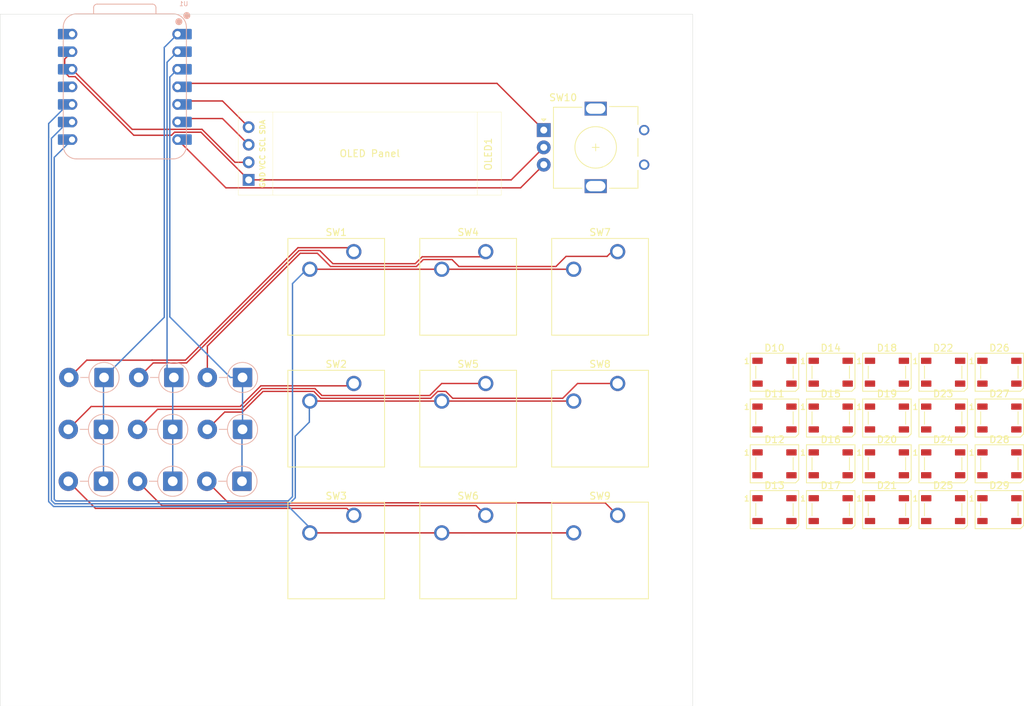
<source format=kicad_pcb>
(kicad_pcb (version 20241229) (generator "pcbnew") (generator_version "9.0")
  (layers (0 "F.Cu" signal) (2 "B.Cu" signal) (13 "F.Paste" user) (15 "B.Paste" user) (5 "F.SilkS" user "F.Silkscreen") (7 "B.SilkS" user "B.Silkscreen") (1 "F.Mask" user) (3 "B.Mask" user) (25 "Edge.Cuts" user))
  (net 0 "")
  (net 1 "GND")
  (net 2 "VCC")
  (net 3 "ROW0")
  (net 4 "Net-(D4-A)")
  (net 5 "Net-(D6-A)")
  (net 6 "Net-(D8-A)")
  (net 7 "COL1")
  (net 8 "ROW2")
  (net 9 "COL2")
  (net 10 "COL0")
  (net 11 "ROW1")
  (net 12 "LED_CNTRL")
  (net 13 "OLED_SDA")
  (net 14 "OLED_SCL")
  (net 15 "EC11_B")
  (net 16 "EC11_A")
  (net 17 "Net-(D1-A)")
  (net 18 "Net-(D2-A)")
  (net 19 "Net-(D3-A)")
  (net 20 "Net-(D5-A)")
  (net 21 "Net-(D7-A)")
  (net 22 "Net-(D9-A)")
  (net 23 "VCCQ")
  (net 24 "Net-(D10-DOUT)")
  (net 25 "Net-(D11-DOUT)")
  (net 26 "Net-(D12-DOUT)")
  (net 27 "Net-(D13-DOUT)")
  (net 28 "Net-(D14-DOUT)")
  (net 29 "Net-(D15-DOUT)")
  (net 30 "Net-(D16-DOUT)")
  (net 31 "Net-(D17-DOUT)")
  (net 32 "Net-(D18-DOUT)")
  (net 33 "Net-(D19-DOUT)")
  (net 34 "Net-(D20-DOUT)")
  (net 35 "Net-(D21-DOUT)")
  (net 36 "Net-(D22-DOUT)")
  (net 37 "Net-(D23-DOUT)")
  (net 38 "Net-(D24-DOUT)")
  (net 39 "Net-(D25-DOUT)")
  (net 40 "Net-(D26-DOUT)")
  (net 41 "Net-(D27-DOUT)")
  (net 42 "Net-(D28-DOUT)")
  (footprint "LED_SMD:LED_WS2812B_PLCC4_5.0x5.0mm_P3.2mm" (layer "F.Cu") (at 246.3 124.6)
    (property "Reference" "D29" (at 0 -3.5 0) (layer "F.SilkS"))
    (property "Value" "WS2812B")
    (fp_text user "1" (at -4 -1.6 0) (layer "F.SilkS") (effects (font (size 0.8 0.8))))
    (pad "1" smd roundrect (at -2.45 -1.65) (size 1.5 0.9) (layers "F.Cu" "F.Mask" "F.Paste") (roundrect_rratio 0.1) (net 2 "VCC"))
    (pad "2" smd roundrect (at -2.45 1.65) (size 1.5 0.9) (layers "F.Cu" "F.Mask" "F.Paste") (roundrect_rratio 0.1))
    (pad "3" smd roundrect (at 2.45 1.65) (size 1.5 0.9) (layers "F.Cu" "F.Mask" "F.Paste") (roundrect_rratio 0.1) (net 1 "GND"))
    (pad "4" smd roundrect (at 2.45 -1.65) (size 1.5 0.9) (layers "F.Cu" "F.Mask" "F.Paste") (roundrect_rratio 0.1) (net 42 "Net-(D28-DOUT)"))
  )
  (footprint "LED_SMD:LED_WS2812B_PLCC4_5.0x5.0mm_P3.2mm" (layer "F.Cu") (at 221.94 124.6)
    (property "Reference" "D17" (at 0 -3.5 0) (layer "F.SilkS"))
    (property "Value" "WS2812B")
    (fp_text user "1" (at -4 -1.6 0) (layer "F.SilkS") (effects (font (size 0.8 0.8))))
    (pad "1" smd roundrect (at -2.45 -1.65) (size 1.5 0.9) (layers "F.Cu" "F.Mask" "F.Paste") (roundrect_rratio 0.1) (net 2 "VCC"))
    (pad "2" smd roundrect (at -2.45 1.65) (size 1.5 0.9) (layers "F.Cu" "F.Mask" "F.Paste") (roundrect_rratio 0.1) (net 31 "Net-(D17-DOUT)"))
    (pad "3" smd roundrect (at 2.45 1.65) (size 1.5 0.9) (layers "F.Cu" "F.Mask" "F.Paste") (roundrect_rratio 0.1) (net 1 "GND"))
    (pad "4" smd roundrect (at 2.45 -1.65) (size 1.5 0.9) (layers "F.Cu" "F.Mask" "F.Paste") (roundrect_rratio 0.1) (net 30 "Net-(D16-DOUT)"))
  )
  (footprint "LED_SMD:LED_WS2812B_PLCC4_5.0x5.0mm_P3.2mm" (layer "F.Cu") (at 246.3 111.36)
    (property "Reference" "D27" (at 0 -3.5 0) (layer "F.SilkS"))
    (property "Value" "WS2812B")
    (fp_text user "1" (at -4 -1.6 0) (layer "F.SilkS") (effects (font (size 0.8 0.8))))
    (pad "1" smd roundrect (at -2.45 -1.65) (size 1.5 0.9) (layers "F.Cu" "F.Mask" "F.Paste") (roundrect_rratio 0.1) (net 2 "VCC"))
    (pad "2" smd roundrect (at -2.45 1.65) (size 1.5 0.9) (layers "F.Cu" "F.Mask" "F.Paste") (roundrect_rratio 0.1) (net 41 "Net-(D27-DOUT)"))
    (pad "3" smd roundrect (at 2.45 1.65) (size 1.5 0.9) (layers "F.Cu" "F.Mask" "F.Paste") (roundrect_rratio 0.1) (net 1 "GND"))
    (pad "4" smd roundrect (at 2.45 -1.65) (size 1.5 0.9) (layers "F.Cu" "F.Mask" "F.Paste") (roundrect_rratio 0.1) (net 40 "Net-(D26-DOUT)"))
  )
  (footprint "LED_SMD:LED_WS2812B_PLCC4_5.0x5.0mm_P3.2mm" (layer "F.Cu") (at 213.82 117.98)
    (property "Reference" "D12" (at 0 -3.5 0) (layer "F.SilkS"))
    (property "Value" "WS2812B")
    (fp_text user "1" (at -4 -1.6 0) (layer "F.SilkS") (effects (font (size 0.8 0.8))))
    (pad "1" smd roundrect (at -2.45 -1.65) (size 1.5 0.9) (layers "F.Cu" "F.Mask" "F.Paste") (roundrect_rratio 0.1) (net 2 "VCC"))
    (pad "2" smd roundrect (at -2.45 1.65) (size 1.5 0.9) (layers "F.Cu" "F.Mask" "F.Paste") (roundrect_rratio 0.1) (net 26 "Net-(D12-DOUT)"))
    (pad "3" smd roundrect (at 2.45 1.65) (size 1.5 0.9) (layers "F.Cu" "F.Mask" "F.Paste") (roundrect_rratio 0.1) (net 1 "GND"))
    (pad "4" smd roundrect (at 2.45 -1.65) (size 1.5 0.9) (layers "F.Cu" "F.Mask" "F.Paste") (roundrect_rratio 0.1) (net 25 "Net-(D11-DOUT)"))
  )
  (footprint "Library:SW_Cherry_MX_1.00u_PCB" (layer "F.Cu") (at 172.12 87.32)
    (property "Reference" "SW4" (at -2.54 -2.794 0) (layer "F.SilkS"))
    (property "Value" "SW_Push")
    (pad "" np_thru_hole circle (at -7.62 5.08) (size 1.7 1.7) (drill 1.7) (layers "*.Cu" "*.Mask"))
    (pad "" np_thru_hole circle (at -2.54 5.08) (size 4 4) (drill 4) (layers "*.Cu" "*.Mask"))
    (pad "" np_thru_hole circle (at 2.54 5.08) (size 1.7 1.7) (drill 1.7) (layers "*.Cu" "*.Mask"))
    (pad "1" thru_hole circle (at 0 0) (size 2.2 2.2) (drill 1.5) (layers "*.Cu" "*.Mask") (net 4 "Net-(D4-A)"))
    (pad "2" thru_hole circle (at -6.35 2.54) (size 2.2 2.2) (drill 1.5) (layers "*.Cu" "*.Mask") (net 9 "COL2"))
  )
  (footprint "Library:SW_Cherry_MX_1.00u_PCB" (layer "F.Cu") (at 153.07 87.32)
    (property "Reference" "SW1" (at -2.54 -2.794 0) (layer "F.SilkS"))
    (property "Value" "SW_Push")
    (pad "" np_thru_hole circle (at -7.62 5.08) (size 1.7 1.7) (drill 1.7) (layers "*.Cu" "*.Mask"))
    (pad "" np_thru_hole circle (at -2.54 5.08) (size 4 4) (drill 4) (layers "*.Cu" "*.Mask"))
    (pad "" np_thru_hole circle (at 2.54 5.08) (size 1.7 1.7) (drill 1.7) (layers "*.Cu" "*.Mask"))
    (pad "1" thru_hole circle (at 0 0) (size 2.2 2.2) (drill 1.5) (layers "*.Cu" "*.Mask") (net 17 "Net-(D1-A)"))
    (pad "2" thru_hole circle (at -6.35 2.54) (size 2.2 2.2) (drill 1.5) (layers "*.Cu" "*.Mask") (net 9 "COL2"))
  )
  (footprint "LED_SMD:LED_WS2812B_PLCC4_5.0x5.0mm_P3.2mm" (layer "F.Cu") (at 238.18 104.74)
    (property "Reference" "D22" (at 0 -3.5 0) (layer "F.SilkS"))
    (property "Value" "WS2812B")
    (fp_text user "1" (at -4 -1.6 0) (layer "F.SilkS") (effects (font (size 0.8 0.8))))
    (pad "1" smd roundrect (at -2.45 -1.65) (size 1.5 0.9) (layers "F.Cu" "F.Mask" "F.Paste") (roundrect_rratio 0.1) (net 2 "VCC"))
    (pad "2" smd roundrect (at -2.45 1.65) (size 1.5 0.9) (layers "F.Cu" "F.Mask" "F.Paste") (roundrect_rratio 0.1) (net 36 "Net-(D22-DOUT)"))
    (pad "3" smd roundrect (at 2.45 1.65) (size 1.5 0.9) (layers "F.Cu" "F.Mask" "F.Paste") (roundrect_rratio 0.1) (net 1 "GND"))
    (pad "4" smd roundrect (at 2.45 -1.65) (size 1.5 0.9) (layers "F.Cu" "F.Mask" "F.Paste") (roundrect_rratio 0.1) (net 35 "Net-(D21-DOUT)"))
  )
  (footprint "LED_SMD:LED_WS2812B_PLCC4_5.0x5.0mm_P3.2mm" (layer "F.Cu") (at 221.94 111.36)
    (property "Reference" "D15" (at 0 -3.5 0) (layer "F.SilkS"))
    (property "Value" "WS2812B")
    (fp_text user "1" (at -4 -1.6 0) (layer "F.SilkS") (effects (font (size 0.8 0.8))))
    (pad "1" smd roundrect (at -2.45 -1.65) (size 1.5 0.9) (layers "F.Cu" "F.Mask" "F.Paste") (roundrect_rratio 0.1) (net 2 "VCC"))
    (pad "2" smd roundrect (at -2.45 1.65) (size 1.5 0.9) (layers "F.Cu" "F.Mask" "F.Paste") (roundrect_rratio 0.1) (net 29 "Net-(D15-DOUT)"))
    (pad "3" smd roundrect (at 2.45 1.65) (size 1.5 0.9) (layers "F.Cu" "F.Mask" "F.Paste") (roundrect_rratio 0.1) (net 1 "GND"))
    (pad "4" smd roundrect (at 2.45 -1.65) (size 1.5 0.9) (layers "F.Cu" "F.Mask" "F.Paste") (roundrect_rratio 0.1) (net 28 "Net-(D14-DOUT)"))
  )
  (footprint "Library:SW_Cherry_MX_1.00u_PCB" (layer "F.Cu") (at 172.12 125.42)
    (property "Reference" "SW6" (at -2.54 -2.794 0) (layer "F.SilkS"))
    (property "Value" "SW_Push")
    (pad "" np_thru_hole circle (at -7.62 5.08) (size 1.7 1.7) (drill 1.7) (layers "*.Cu" "*.Mask"))
    (pad "" np_thru_hole circle (at -2.54 5.08) (size 4 4) (drill 4) (layers "*.Cu" "*.Mask"))
    (pad "" np_thru_hole circle (at 2.54 5.08) (size 1.7 1.7) (drill 1.7) (layers "*.Cu" "*.Mask"))
    (pad "1" thru_hole circle (at 0 0) (size 2.2 2.2) (drill 1.5) (layers "*.Cu" "*.Mask") (net 5 "Net-(D6-A)"))
    (pad "2" thru_hole circle (at -6.35 2.54) (size 2.2 2.2) (drill 1.5) (layers "*.Cu" "*.Mask") (net 10 "COL0"))
  )
  (footprint "LED_SMD:LED_WS2812B_PLCC4_5.0x5.0mm_P3.2mm" (layer "F.Cu") (at 238.18 111.36)
    (property "Reference" "D23" (at 0 -3.5 0) (layer "F.SilkS"))
    (property "Value" "WS2812B")
    (fp_text user "1" (at -4 -1.6 0) (layer "F.SilkS") (effects (font (size 0.8 0.8))))
    (pad "1" smd roundrect (at -2.45 -1.65) (size 1.5 0.9) (layers "F.Cu" "F.Mask" "F.Paste") (roundrect_rratio 0.1) (net 2 "VCC"))
    (pad "2" smd roundrect (at -2.45 1.65) (size 1.5 0.9) (layers "F.Cu" "F.Mask" "F.Paste") (roundrect_rratio 0.1) (net 37 "Net-(D23-DOUT)"))
    (pad "3" smd roundrect (at 2.45 1.65) (size 1.5 0.9) (layers "F.Cu" "F.Mask" "F.Paste") (roundrect_rratio 0.1) (net 1 "GND"))
    (pad "4" smd roundrect (at 2.45 -1.65) (size 1.5 0.9) (layers "F.Cu" "F.Mask" "F.Paste") (roundrect_rratio 0.1) (net 36 "Net-(D22-DOUT)"))
  )
  (footprint "LED_SMD:LED_WS2812B_PLCC4_5.0x5.0mm_P3.2mm" (layer "F.Cu") (at 230.06 124.6)
    (property "Reference" "D21" (at 0 -3.5 0) (layer "F.SilkS"))
    (property "Value" "WS2812B")
    (fp_text user "1" (at -4 -1.6 0) (layer "F.SilkS") (effects (font (size 0.8 0.8))))
    (pad "1" smd roundrect (at -2.45 -1.65) (size 1.5 0.9) (layers "F.Cu" "F.Mask" "F.Paste") (roundrect_rratio 0.1) (net 2 "VCC"))
    (pad "2" smd roundrect (at -2.45 1.65) (size 1.5 0.9) (layers "F.Cu" "F.Mask" "F.Paste") (roundrect_rratio 0.1) (net 35 "Net-(D21-DOUT)"))
    (pad "3" smd roundrect (at 2.45 1.65) (size 1.5 0.9) (layers "F.Cu" "F.Mask" "F.Paste") (roundrect_rratio 0.1) (net 1 "GND"))
    (pad "4" smd roundrect (at 2.45 -1.65) (size 1.5 0.9) (layers "F.Cu" "F.Mask" "F.Paste") (roundrect_rratio 0.1) (net 34 "Net-(D20-DOUT)"))
  )
  (footprint "Library:SW_Cherry_MX_1.00u_PCB" (layer "F.Cu") (at 172.12 106.37)
    (property "Reference" "SW5" (at -2.54 -2.794 0) (layer "F.SilkS"))
    (property "Value" "SW_Push")
    (pad "" np_thru_hole circle (at -7.62 5.08) (size 1.7 1.7) (drill 1.7) (layers "*.Cu" "*.Mask"))
    (pad "" np_thru_hole circle (at -2.54 5.08) (size 4 4) (drill 4) (layers "*.Cu" "*.Mask"))
    (pad "" np_thru_hole circle (at 2.54 5.08) (size 1.7 1.7) (drill 1.7) (layers "*.Cu" "*.Mask"))
    (pad "1" thru_hole circle (at 0 0) (size 2.2 2.2) (drill 1.5) (layers "*.Cu" "*.Mask") (net 20 "Net-(D5-A)"))
    (pad "2" thru_hole circle (at -6.35 2.54) (size 2.2 2.2) (drill 1.5) (layers "*.Cu" "*.Mask") (net 7 "COL1"))
  )
  (footprint "LED_SMD:LED_WS2812B_PLCC4_5.0x5.0mm_P3.2mm" (layer "F.Cu") (at 238.18 124.6)
    (property "Reference" "D25" (at 0 -3.5 0) (layer "F.SilkS"))
    (property "Value" "WS2812B")
    (fp_text user "1" (at -4 -1.6 0) (layer "F.SilkS") (effects (font (size 0.8 0.8))))
    (pad "1" smd roundrect (at -2.45 -1.65) (size 1.5 0.9) (layers "F.Cu" "F.Mask" "F.Paste") (roundrect_rratio 0.1) (net 2 "VCC"))
    (pad "2" smd roundrect (at -2.45 1.65) (size 1.5 0.9) (layers "F.Cu" "F.Mask" "F.Paste") (roundrect_rratio 0.1) (net 39 "Net-(D25-DOUT)"))
    (pad "3" smd roundrect (at 2.45 1.65) (size 1.5 0.9) (layers "F.Cu" "F.Mask" "F.Paste") (roundrect_rratio 0.1) (net 1 "GND"))
    (pad "4" smd roundrect (at 2.45 -1.65) (size 1.5 0.9) (layers "F.Cu" "F.Mask" "F.Paste") (roundrect_rratio 0.1) (net 38 "Net-(D24-DOUT)"))
  )
  (footprint "Library:SW_Cherry_MX_1.00u_PCB" (layer "F.Cu") (at 153.07 106.37)
    (property "Reference" "SW2" (at -2.54 -2.794 0) (layer "F.SilkS"))
    (property "Value" "SW_Push")
    (pad "" np_thru_hole circle (at -7.62 5.08) (size 1.7 1.7) (drill 1.7) (layers "*.Cu" "*.Mask"))
    (pad "" np_thru_hole circle (at -2.54 5.08) (size 4 4) (drill 4) (layers "*.Cu" "*.Mask"))
    (pad "" np_thru_hole circle (at 2.54 5.08) (size 1.7 1.7) (drill 1.7) (layers "*.Cu" "*.Mask"))
    (pad "1" thru_hole circle (at 0 0) (size 2.2 2.2) (drill 1.5) (layers "*.Cu" "*.Mask") (net 18 "Net-(D2-A)"))
    (pad "2" thru_hole circle (at -6.35 2.54) (size 2.2 2.2) (drill 1.5) (layers "*.Cu" "*.Mask") (net 7 "COL1"))
  )
  (footprint "LED_SMD:LED_WS2812B_PLCC4_5.0x5.0mm_P3.2mm" (layer "F.Cu") (at 213.82 111.36)
    (property "Reference" "D11" (at 0 -3.5 0) (layer "F.SilkS"))
    (property "Value" "WS2812B")
    (fp_text user "1" (at -4 -1.6 0) (layer "F.SilkS") (effects (font (size 0.8 0.8))))
    (pad "1" smd roundrect (at -2.45 -1.65) (size 1.5 0.9) (layers "F.Cu" "F.Mask" "F.Paste") (roundrect_rratio 0.1) (net 2 "VCC"))
    (pad "2" smd roundrect (at -2.45 1.65) (size 1.5 0.9) (layers "F.Cu" "F.Mask" "F.Paste") (roundrect_rratio 0.1) (net 25 "Net-(D11-DOUT)"))
    (pad "3" smd roundrect (at 2.45 1.65) (size 1.5 0.9) (layers "F.Cu" "F.Mask" "F.Paste") (roundrect_rratio 0.1) (net 1 "GND"))
    (pad "4" smd roundrect (at 2.45 -1.65) (size 1.5 0.9) (layers "F.Cu" "F.Mask" "F.Paste") (roundrect_rratio 0.1) (net 24 "Net-(D10-DOUT)"))
  )
  (footprint "Library:SW_Cherry_MX_1.00u_PCB" (layer "F.Cu") (at 153.07 125.42)
    (property "Reference" "SW3" (at -2.54 -2.794 0) (layer "F.SilkS"))
    (property "Value" "SW_Push")
    (pad "" np_thru_hole circle (at -7.62 5.08) (size 1.7 1.7) (drill 1.7) (layers "*.Cu" "*.Mask"))
    (pad "" np_thru_hole circle (at -2.54 5.08) (size 4 4) (drill 4) (layers "*.Cu" "*.Mask"))
    (pad "" np_thru_hole circle (at 2.54 5.08) (size 1.7 1.7) (drill 1.7) (layers "*.Cu" "*.Mask"))
    (pad "1" thru_hole circle (at 0 0) (size 2.2 2.2) (drill 1.5) (layers "*.Cu" "*.Mask") (net 19 "Net-(D3-A)"))
    (pad "2" thru_hole circle (at -6.35 2.54) (size 2.2 2.2) (drill 1.5) (layers "*.Cu" "*.Mask") (net 10 "COL0"))
  )
  (footprint "LED_SMD:LED_WS2812B_PLCC4_5.0x5.0mm_P3.2mm" (layer "F.Cu") (at 230.06 117.98)
    (property "Reference" "D20" (at 0 -3.5 0) (layer "F.SilkS"))
    (property "Value" "WS2812B")
    (fp_text user "1" (at -4 -1.6 0) (layer "F.SilkS") (effects (font (size 0.8 0.8))))
    (pad "1" smd roundrect (at -2.45 -1.65) (size 1.5 0.9) (layers "F.Cu" "F.Mask" "F.Paste") (roundrect_rratio 0.1) (net 2 "VCC"))
    (pad "2" smd roundrect (at -2.45 1.65) (size 1.5 0.9) (layers "F.Cu" "F.Mask" "F.Paste") (roundrect_rratio 0.1) (net 34 "Net-(D20-DOUT)"))
    (pad "3" smd roundrect (at 2.45 1.65) (size 1.5 0.9) (layers "F.Cu" "F.Mask" "F.Paste") (roundrect_rratio 0.1) (net 1 "GND"))
    (pad "4" smd roundrect (at 2.45 -1.65) (size 1.5 0.9) (layers "F.Cu" "F.Mask" "F.Paste") (roundrect_rratio 0.1) (net 33 "Net-(D19-DOUT)"))
  )
  (footprint "LED_SMD:LED_WS2812B_PLCC4_5.0x5.0mm_P3.2mm" (layer "F.Cu") (at 238.18 117.98)
    (property "Reference" "D24" (at 0 -3.5 0) (layer "F.SilkS"))
    (property "Value" "WS2812B")
    (fp_text user "1" (at -4 -1.6 0) (layer "F.SilkS") (effects (font (size 0.8 0.8))))
    (pad "1" smd roundrect (at -2.45 -1.65) (size 1.5 0.9) (layers "F.Cu" "F.Mask" "F.Paste") (roundrect_rratio 0.1) (net 2 "VCC"))
    (pad "2" smd roundrect (at -2.45 1.65) (size 1.5 0.9) (layers "F.Cu" "F.Mask" "F.Paste") (roundrect_rratio 0.1) (net 38 "Net-(D24-DOUT)"))
    (pad "3" smd roundrect (at 2.45 1.65) (size 1.5 0.9) (layers "F.Cu" "F.Mask" "F.Paste") (roundrect_rratio 0.1) (net 1 "GND"))
    (pad "4" smd roundrect (at 2.45 -1.65) (size 1.5 0.9) (layers "F.Cu" "F.Mask" "F.Paste") (roundrect_rratio 0.1) (net 37 "Net-(D23-DOUT)"))
  )
  (footprint "Library:SW_Cherry_MX_1.00u_PCB" (layer "F.Cu") (at 191.17 106.37)
    (property "Reference" "SW8" (at -2.54 -2.794 0) (layer "F.SilkS"))
    (property "Value" "SW_Push")
    (pad "" np_thru_hole circle (at -7.62 5.08) (size 1.7 1.7) (drill 1.7) (layers "*.Cu" "*.Mask"))
    (pad "" np_thru_hole circle (at -2.54 5.08) (size 4 4) (drill 4) (layers "*.Cu" "*.Mask"))
    (pad "" np_thru_hole circle (at 2.54 5.08) (size 1.7 1.7) (drill 1.7) (layers "*.Cu" "*.Mask"))
    (pad "1" thru_hole circle (at 0 0) (size 2.2 2.2) (drill 1.5) (layers "*.Cu" "*.Mask") (net 6 "Net-(D8-A)"))
    (pad "2" thru_hole circle (at -6.35 2.54) (size 2.2 2.2) (drill 1.5) (layers "*.Cu" "*.Mask") (net 7 "COL1"))
  )
  (footprint "LED_SMD:LED_WS2812B_PLCC4_5.0x5.0mm_P3.2mm" (layer "F.Cu") (at 213.82 104.74)
    (property "Reference" "D10" (at 0 -3.5 0) (layer "F.SilkS"))
    (property "Value" "WS2812B")
    (fp_text user "1" (at -4 -1.6 0) (layer "F.SilkS") (effects (font (size 0.8 0.8))))
    (pad "1" smd roundrect (at -2.45 -1.65) (size 1.5 0.9) (layers "F.Cu" "F.Mask" "F.Paste") (roundrect_rratio 0.1) (net 2 "VCC"))
    (pad "2" smd roundrect (at -2.45 1.65) (size 1.5 0.9) (layers "F.Cu" "F.Mask" "F.Paste") (roundrect_rratio 0.1) (net 24 "Net-(D10-DOUT)"))
    (pad "3" smd roundrect (at 2.45 1.65) (size 1.5 0.9) (layers "F.Cu" "F.Mask" "F.Paste") (roundrect_rratio 0.1) (net 1 "GND"))
    (pad "4" smd roundrect (at 2.45 -1.65) (size 1.5 0.9) (layers "F.Cu" "F.Mask" "F.Paste") (roundrect_rratio 0.1) (net 12 "LED_CNTRL"))
  )
  (footprint "Library:SW_Cherry_MX_1.00u_PCB" (layer "F.Cu") (at 191.17 87.32)
    (property "Reference" "SW7" (at -2.54 -2.794 0) (layer "F.SilkS"))
    (property "Value" "SW_Push")
    (pad "" np_thru_hole circle (at -7.62 5.08) (size 1.7 1.7) (drill 1.7) (layers "*.Cu" "*.Mask"))
    (pad "" np_thru_hole circle (at -2.54 5.08) (size 4 4) (drill 4) (layers "*.Cu" "*.Mask"))
    (pad "" np_thru_hole circle (at 2.54 5.08) (size 1.7 1.7) (drill 1.7) (layers "*.Cu" "*.Mask"))
    (pad "1" thru_hole circle (at 0 0) (size 2.2 2.2) (drill 1.5) (layers "*.Cu" "*.Mask") (net 21 "Net-(D7-A)"))
    (pad "2" thru_hole circle (at -6.35 2.54) (size 2.2 2.2) (drill 1.5) (layers "*.Cu" "*.Mask") (net 9 "COL2"))
  )
  (footprint "LED_SMD:LED_WS2812B_PLCC4_5.0x5.0mm_P3.2mm" (layer "F.Cu") (at 246.3 117.98)
    (property "Reference" "D28" (at 0 -3.5 0) (layer "F.SilkS"))
    (property "Value" "WS2812B")
    (fp_text user "1" (at -4 -1.6 0) (layer "F.SilkS") (effects (font (size 0.8 0.8))))
    (pad "1" smd roundrect (at -2.45 -1.65) (size 1.5 0.9) (layers "F.Cu" "F.Mask" "F.Paste") (roundrect_rratio 0.1) (net 2 "VCC"))
    (pad "2" smd roundrect (at -2.45 1.65) (size 1.5 0.9) (layers "F.Cu" "F.Mask" "F.Paste") (roundrect_rratio 0.1) (net 42 "Net-(D28-DOUT)"))
    (pad "3" smd roundrect (at 2.45 1.65) (size 1.5 0.9) (layers "F.Cu" "F.Mask" "F.Paste") (roundrect_rratio 0.1) (net 1 "GND"))
    (pad "4" smd roundrect (at 2.45 -1.65) (size 1.5 0.9) (layers "F.Cu" "F.Mask" "F.Paste") (roundrect_rratio 0.1) (net 41 "Net-(D27-DOUT)"))
  )
  (footprint "LED_SMD:LED_WS2812B_PLCC4_5.0x5.0mm_P3.2mm" (layer "F.Cu") (at 230.06 111.36)
    (property "Reference" "D19" (at 0 -3.5 0) (layer "F.SilkS"))
    (property "Value" "WS2812B")
    (fp_text user "1" (at -4 -1.6 0) (layer "F.SilkS") (effects (font (size 0.8 0.8))))
    (pad "1" smd roundrect (at -2.45 -1.65) (size 1.5 0.9) (layers "F.Cu" "F.Mask" "F.Paste") (roundrect_rratio 0.1) (net 2 "VCC"))
    (pad "2" smd roundrect (at -2.45 1.65) (size 1.5 0.9) (layers "F.Cu" "F.Mask" "F.Paste") (roundrect_rratio 0.1) (net 33 "Net-(D19-DOUT)"))
    (pad "3" smd roundrect (at 2.45 1.65) (size 1.5 0.9) (layers "F.Cu" "F.Mask" "F.Paste") (roundrect_rratio 0.1) (net 1 "GND"))
    (pad "4" smd roundrect (at 2.45 -1.65) (size 1.5 0.9) (layers "F.Cu" "F.Mask" "F.Paste") (roundrect_rratio 0.1) (net 32 "Net-(D18-DOUT)"))
  )
  (footprint "LED_SMD:LED_WS2812B_PLCC4_5.0x5.0mm_P3.2mm" (layer "F.Cu") (at 230.06 104.74)
    (property "Reference" "D18" (at 0 -3.5 0) (layer "F.SilkS"))
    (property "Value" "WS2812B")
    (fp_text user "1" (at -4 -1.6 0) (layer "F.SilkS") (effects (font (size 0.8 0.8))))
    (pad "1" smd roundrect (at -2.45 -1.65) (size 1.5 0.9) (layers "F.Cu" "F.Mask" "F.Paste") (roundrect_rratio 0.1) (net 2 "VCC"))
    (pad "2" smd roundrect (at -2.45 1.65) (size 1.5 0.9) (layers "F.Cu" "F.Mask" "F.Paste") (roundrect_rratio 0.1) (net 32 "Net-(D18-DOUT)"))
    (pad "3" smd roundrect (at 2.45 1.65) (size 1.5 0.9) (layers "F.Cu" "F.Mask" "F.Paste") (roundrect_rratio 0.1) (net 1 "GND"))
    (pad "4" smd roundrect (at 2.45 -1.65) (size 1.5 0.9) (layers "F.Cu" "F.Mask" "F.Paste") (roundrect_rratio 0.1) (net 31 "Net-(D17-DOUT)"))
  )
  (footprint "LED_SMD:LED_WS2812B_PLCC4_5.0x5.0mm_P3.2mm" (layer "F.Cu") (at 246.3 104.74)
    (property "Reference" "D26" (at 0 -3.5 0) (layer "F.SilkS"))
    (property "Value" "WS2812B")
    (fp_text user "1" (at -4 -1.6 0) (layer "F.SilkS") (effects (font (size 0.8 0.8))))
    (pad "1" smd roundrect (at -2.45 -1.65) (size 1.5 0.9) (layers "F.Cu" "F.Mask" "F.Paste") (roundrect_rratio 0.1) (net 2 "VCC"))
    (pad "2" smd roundrect (at -2.45 1.65) (size 1.5 0.9) (layers "F.Cu" "F.Mask" "F.Paste") (roundrect_rratio 0.1) (net 40 "Net-(D26-DOUT)"))
    (pad "3" smd roundrect (at 2.45 1.65) (size 1.5 0.9) (layers "F.Cu" "F.Mask" "F.Paste") (roundrect_rratio 0.1) (net 1 "GND"))
    (pad "4" smd roundrect (at 2.45 -1.65) (size 1.5 0.9) (layers "F.Cu" "F.Mask" "F.Paste") (roundrect_rratio 0.1) (net 39 "Net-(D25-DOUT)"))
  )
  (footprint "Library:SW_Cherry_MX_1.00u_PCB" (layer "F.Cu") (at 191.17 125.42)
    (property "Reference" "SW9" (at -2.54 -2.794 0) (layer "F.SilkS"))
    (property "Value" "SW_Push")
    (pad "" np_thru_hole circle (at -7.62 5.08) (size 1.7 1.7) (drill 1.7) (layers "*.Cu" "*.Mask"))
    (pad "" np_thru_hole circle (at -2.54 5.08) (size 4 4) (drill 4) (layers "*.Cu" "*.Mask"))
    (pad "" np_thru_hole circle (at 2.54 5.08) (size 1.7 1.7) (drill 1.7) (layers "*.Cu" "*.Mask"))
    (pad "1" thru_hole circle (at 0 0) (size 2.2 2.2) (drill 1.5) (layers "*.Cu" "*.Mask") (net 22 "Net-(D9-A)"))
    (pad "2" thru_hole circle (at -6.35 2.54) (size 2.2 2.2) (drill 1.5) (layers "*.Cu" "*.Mask") (net 10 "COL0"))
  )
  (footprint "Downloads:SSD1306-0.91-OLED-4pin-128x32" (layer "F.Cu") (at 174.385 79.135 180)
    (property "Reference" "OLED1" (at 1.9 5.91 90) (layer "F.SilkS"))
    (property "Value" "~" (hide yes))
    (fp_text user "SCL" (at 34.5 7.27 90) (layer "F.SilkS") (effects (font (size 0.75 0.75))))
    (fp_text user "GND" (at 34.5 2.19 90) (layer "F.SilkS") (effects (font (size 0.75 0.75))))
    (fp_text user "SDA" (at 34.5 9.81 90) (layer "F.SilkS") (effects (font (size 0.75 0.75))))
    (fp_text user "OLED Panel" (at 19 6 0) (layer "F.SilkS"))
    (fp_text user "VCC" (at 34.5 4.73 90) (layer "F.SilkS") (effects (font (size 0.75 0.75))))
    (pad "1" thru_hole rect (at 36.5 2.19 180) (size 1.7 1.7) (drill 1) (layers "*.Cu" "*.Mask") (net 1 "GND"))
    (pad "2" thru_hole oval (at 36.5 4.73 180) (size 1.7 1.7) (drill 1) (layers "*.Cu" "*.Mask") (net 23 "VCCQ"))
    (pad "3" thru_hole oval (at 36.5 7.27 180) (size 1.7 1.7) (drill 1) (layers "*.Cu" "*.Mask") (net 14 "OLED_SCL"))
    (pad "4" thru_hole oval (at 36.5 9.81 180) (size 1.7 1.7) (drill 1) (layers "*.Cu" "*.Mask") (net 13 "OLED_SDA"))
  )
  (footprint "LED_SMD:LED_WS2812B_PLCC4_5.0x5.0mm_P3.2mm" (layer "F.Cu") (at 221.94 104.74)
    (property "Reference" "D14" (at 0 -3.5 0) (layer "F.SilkS"))
    (property "Value" "WS2812B")
    (fp_text user "1" (at -4 -1.6 0) (layer "F.SilkS") (effects (font (size 0.8 0.8))))
    (pad "1" smd roundrect (at -2.45 -1.65) (size 1.5 0.9) (layers "F.Cu" "F.Mask" "F.Paste") (roundrect_rratio 0.1) (net 2 "VCC"))
    (pad "2" smd roundrect (at -2.45 1.65) (size 1.5 0.9) (layers "F.Cu" "F.Mask" "F.Paste") (roundrect_rratio 0.1) (net 28 "Net-(D14-DOUT)"))
    (pad "3" smd roundrect (at 2.45 1.65) (size 1.5 0.9) (layers "F.Cu" "F.Mask" "F.Paste") (roundrect_rratio 0.1) (net 1 "GND"))
    (pad "4" smd roundrect (at 2.45 -1.65) (size 1.5 0.9) (layers "F.Cu" "F.Mask" "F.Paste") (roundrect_rratio 0.1) (net 27 "Net-(D13-DOUT)"))
  )
  (footprint "LED_SMD:LED_WS2812B_PLCC4_5.0x5.0mm_P3.2mm" (layer "F.Cu") (at 221.94 117.98)
    (property "Reference" "D16" (at 0 -3.5 0) (layer "F.SilkS"))
    (property "Value" "WS2812B")
    (fp_text user "1" (at -4 -1.6 0) (layer "F.SilkS") (effects (font (size 0.8 0.8))))
    (pad "1" smd roundrect (at -2.45 -1.65) (size 1.5 0.9) (layers "F.Cu" "F.Mask" "F.Paste") (roundrect_rratio 0.1) (net 2 "VCC"))
    (pad "2" smd roundrect (at -2.45 1.65) (size 1.5 0.9) (layers "F.Cu" "F.Mask" "F.Paste") (roundrect_rratio 0.1) (net 30 "Net-(D16-DOUT)"))
    (pad "3" smd roundrect (at 2.45 1.65) (size 1.5 0.9) (layers "F.Cu" "F.Mask" "F.Paste") (roundrect_rratio 0.1) (net 1 "GND"))
    (pad "4" smd roundrect (at 2.45 -1.65) (size 1.5 0.9) (layers "F.Cu" "F.Mask" "F.Paste") (roundrect_rratio 0.1) (net 29 "Net-(D15-DOUT)"))
  )
  (footprint "LED_SMD:LED_WS2812B_PLCC4_5.0x5.0mm_P3.2mm" (layer "F.Cu") (at 213.82 124.6)
    (property "Reference" "D13" (at 0 -3.5 0) (layer "F.SilkS"))
    (property "Value" "WS2812B")
    (fp_text user "1" (at -4 -1.6 0) (layer "F.SilkS") (effects (font (size 0.8 0.8))))
    (pad "1" smd roundrect (at -2.45 -1.65) (size 1.5 0.9) (layers "F.Cu" "F.Mask" "F.Paste") (roundrect_rratio 0.1) (net 2 "VCC"))
    (pad "2" smd roundrect (at -2.45 1.65) (size 1.5 0.9) (layers "F.Cu" "F.Mask" "F.Paste") (roundrect_rratio 0.1) (net 27 "Net-(D13-DOUT)"))
    (pad "3" smd roundrect (at 2.45 1.65) (size 1.5 0.9) (layers "F.Cu" "F.Mask" "F.Paste") (roundrect_rratio 0.1) (net 1 "GND"))
    (pad "4" smd roundrect (at 2.45 -1.65) (size 1.5 0.9) (layers "F.Cu" "F.Mask" "F.Paste") (roundrect_rratio 0.1) (net 26 "Net-(D12-DOUT)"))
  )
  (footprint "Downloads:RotaryEncoder_Alps_EC11E_Vertical_H20mm" (layer "F.Cu") (at 180.5 69.75)
    (property "Reference" "SW10" (at 2.8 -4.7 0) (layer "F.SilkS"))
    (property "Value" "RotaryEncoder")
    (pad "" thru_hole circle (at 14.5 0) (size 1.5 1.5) (drill 1) (layers "*.Cu" "*.Mask"))
    (pad "" thru_hole circle (at 14.5 5) (size 1.5 1.5) (drill 1) (layers "*.Cu" "*.Mask"))
    (pad "A" thru_hole rect (at 0 0) (size 2 2) (drill 1) (layers "*.Cu" "*.Mask") (net 16 "EC11_A"))
    (pad "B" thru_hole circle (at 0 5) (size 2 2) (drill 1) (layers "*.Cu" "*.Mask") (net 15 "EC11_B"))
    (pad "C" thru_hole circle (at 0 2.5) (size 2 2) (drill 1) (layers "*.Cu" "*.Mask") (net 1 "GND"))
    (pad "MP" thru_hole rect (at 7.5 -3.1) (size 3.2 2) (drill oval 2.8 1.5) (layers "*.Cu" "*.Mask"))
    (pad "MP" thru_hole rect (at 7.5 8.1) (size 3.2 2) (drill oval 2.8 1.5) (layers "*.Cu" "*.Mask"))
  )
  (footprint "Diode_THT:D_5W_P5.08mm_Vertical_AnodeUp" (layer "B.Cu") (at 117 105.5 180)
    (property "Reference" "D1" (hide yes))
    (property "Value" "D_Small" (hide yes))
    (pad "1" thru_hole roundrect (at 0 0 180) (size 2.8 2.8) (drill 1.4) (layers "*.Cu" "*.Mask") (roundrect_rratio 0.089286) (net 3 "ROW0"))
    (pad "2" thru_hole circle (at 5.08 0 180) (size 2.8 2.8) (drill 1.4) (layers "*.Cu" "*.Mask") (net 17 "Net-(D1-A)"))
  )
  (footprint "Diode_THT:D_5W_P5.08mm_Vertical_AnodeUp" (layer "B.Cu") (at 137 113 180)
    (property "Reference" "D8" (hide yes))
    (property "Value" "D_Small" (hide yes))
    (pad "1" thru_hole roundrect (at 0 0 180) (size 2.8 2.8) (drill 1.4) (layers "*.Cu" "*.Mask") (roundrect_rratio 0.089286) (net 8 "ROW2"))
    (pad "2" thru_hole circle (at 5.08 0 180) (size 2.8 2.8) (drill 1.4) (layers "*.Cu" "*.Mask") (net 6 "Net-(D8-A)"))
  )
  (footprint "Diode_THT:D_5W_P5.08mm_Vertical_AnodeUp" (layer "B.Cu") (at 136.92 120.5 180)
    (property "Reference" "D9" (hide yes))
    (property "Value" "D_Small" (hide yes))
    (pad "1" thru_hole roundrect (at 0 0 180) (size 2.8 2.8) (drill 1.4) (layers "*.Cu" "*.Mask") (roundrect_rratio 0.089286) (net 8 "ROW2"))
    (pad "2" thru_hole circle (at 5.08 0 180) (size 2.8 2.8) (drill 1.4) (layers "*.Cu" "*.Mask") (net 22 "Net-(D9-A)"))
  )
  (footprint "Diode_THT:D_5W_P5.08mm_Vertical_AnodeUp" (layer "B.Cu") (at 137 105.5 180)
    (property "Reference" "D7" (hide yes))
    (property "Value" "D_Small" (hide yes))
    (pad "1" thru_hole roundrect (at 0 0 180) (size 2.8 2.8) (drill 1.4) (layers "*.Cu" "*.Mask") (roundrect_rratio 0.089286) (net 8 "ROW2"))
    (pad "2" thru_hole circle (at 5.08 0 180) (size 2.8 2.8) (drill 1.4) (layers "*.Cu" "*.Mask") (net 21 "Net-(D7-A)"))
  )
  (footprint "Diode_THT:D_5W_P5.08mm_Vertical_AnodeUp" (layer "B.Cu") (at 126.92 113 180)
    (property "Reference" "D5" (hide yes))
    (property "Value" "D_Small" (hide yes))
    (pad "1" thru_hole roundrect (at 0 0 180) (size 2.8 2.8) (drill 1.4) (layers "*.Cu" "*.Mask") (roundrect_rratio 0.089286) (net 11 "ROW1"))
    (pad "2" thru_hole circle (at 5.08 0 180) (size 2.8 2.8) (drill 1.4) (layers "*.Cu" "*.Mask") (net 20 "Net-(D5-A)"))
  )
  (footprint "Diode_THT:D_5W_P5.08mm_Vertical_AnodeUp" (layer "B.Cu") (at 126.92 120.5 180)
    (property "Reference" "D6" (hide yes))
    (property "Value" "D_Small" (hide yes))
    (pad "1" thru_hole roundrect (at 0 0 180) (size 2.8 2.8) (drill 1.4) (layers "*.Cu" "*.Mask") (roundrect_rratio 0.089286) (net 11 "ROW1"))
    (pad "2" thru_hole circle (at 5.08 0 180) (size 2.8 2.8) (drill 1.4) (layers "*.Cu" "*.Mask") (net 5 "Net-(D6-A)"))
  )
  (footprint "OPL:XIAO-RP2040-DIP" (layer "B.Cu") (at 120 63.5 180)
    (property "Reference" "U1" (at -8.5 12 0) (layer "B.SilkS") (effects (font (size 0.635 0.635) (thickness 0.1016)) (justify mirror)))
    (property "Value" "XIAO-RP2040-DIP")
    (pad "1" smd roundrect (at -8.455 7.62) (size 2.432 1.524) (layers "B.Cu" "B.Mask") (roundrect_rratio 0.1) (net 3 "ROW0"))
    (pad "1" thru_hole circle (at -7.62 7.62) (size 1.524 1.524) (drill 0.889) (layers "*.Cu" "*.Mask") (net 3 "ROW0"))
    (pad "2" smd roundrect (at -8.455 5.08) (size 2.432 1.524) (layers "B.Cu" "B.Mask") (roundrect_rratio 0.1) (net 11 "ROW1"))
    (pad "2" thru_hole circle (at -7.62 5.08) (size 1.524 1.524) (drill 0.889) (layers "*.Cu" "*.Mask") (net 11 "ROW1"))
    (pad "3" smd roundrect (at -8.455 2.54) (size 2.432 1.524) (layers "B.Cu" "B.Mask") (roundrect_rratio 0.1) (net 8 "ROW2"))
    (pad "3" thru_hole circle (at -7.62 2.54) (size 1.524 1.524) (drill 0.889) (layers "*.Cu" "*.Mask") (net 8 "ROW2"))
    (pad "4" smd roundrect (at -8.455 0) (size 2.432 1.524) (layers "B.Cu" "B.Mask") (roundrect_rratio 0.1) (net 16 "EC11_A"))
    (pad "4" thru_hole circle (at -7.62 0) (size 1.524 1.524) (drill 0.889) (layers "*.Cu" "*.Mask") (net 16 "EC11_A"))
    (pad "5" smd roundrect (at -8.455 -2.54) (size 2.432 1.524) (layers "B.Cu" "B.Mask") (roundrect_rratio 0.1) (net 13 "OLED_SDA"))
    (pad "5" thru_hole circle (at -7.62 -2.54) (size 1.524 1.524) (drill 0.889) (layers "*.Cu" "*.Mask") (net 13 "OLED_SDA"))
    (pad "6" smd roundrect (at -8.455 -5.08) (size 2.432 1.524) (layers "B.Cu" "B.Mask") (roundrect_rratio 0.1) (net 14 "OLED_SCL"))
    (pad "6" thru_hole circle (at -7.62 -5.08) (size 1.524 1.524) (drill 0.889) (layers "*.Cu" "*.Mask") (net 14 "OLED_SCL"))
    (pad "7" smd roundrect (at -8.455 -7.62) (size 2.432 1.524) (layers "B.Cu" "B.Mask") (roundrect_rratio 0.1) (net 15 "EC11_B"))
    (pad "7" thru_hole circle (at -7.62 -7.62) (size 1.524 1.524) (drill 0.889) (layers "*.Cu" "*.Mask") (net 15 "EC11_B"))
    (pad "8" thru_hole circle (at 7.62 -7.62 180) (size 1.524 1.524) (drill 0.889) (layers "*.Cu" "*.Mask") (net 9 "COL2"))
    (pad "8" smd roundrect (at 8.455 -7.62 180) (size 2.432 1.524) (layers "B.Cu" "B.Mask") (roundrect_rratio 0.1) (net 9 "COL2"))
    (pad "9" thru_hole circle (at 7.62 -5.08 180) (size 1.524 1.524) (drill 0.889) (layers "*.Cu" "*.Mask") (net 7 "COL1"))
    (pad "9" smd roundrect (at 8.455 -5.08 180) (size 2.432 1.524) (layers "B.Cu" "B.Mask") (roundrect_rratio 0.1) (net 7 "COL1"))
    (pad "10" thru_hole circle (at 7.62 -2.54 180) (size 1.524 1.524) (drill 0.889) (layers "*.Cu" "*.Mask") (net 10 "COL0"))
    (pad "10" smd roundrect (at 8.455 -2.54 180) (size 2.432 1.524) (layers "B.Cu" "B.Mask") (roundrect_rratio 0.1) (net 10 "COL0"))
    (pad "11" thru_hole circle (at 7.62 0 180) (size 1.524 1.524) (drill 0.889) (layers "*.Cu" "*.Mask") (net 12 "LED_CNTRL"))
    (pad "11" smd roundrect (at 8.455 0 180) (size 2.432 1.524) (layers "B.Cu" "B.Mask") (roundrect_rratio 0.1) (net 12 "LED_CNTRL"))
    (pad "12" thru_hole circle (at 7.62 2.54 180) (size 1.524 1.524) (drill 0.889) (layers "*.Cu" "*.Mask") (net 23 "VCCQ"))
    (pad "12" smd roundrect (at 8.455 2.54 180) (size 2.432 1.524) (layers "B.Cu" "B.Mask") (roundrect_rratio 0.1) (net 23 "VCCQ"))
    (pad "13" thru_hole circle (at 7.62 5.08 180) (size 1.524 1.524) (drill 0.889) (layers "*.Cu" "*.Mask") (net 1 "GND"))
    (pad "13" smd roundrect (at 8.455 5.08 180) (size 2.432 1.524) (layers "B.Cu" "B.Mask") (roundrect_rratio 0.1) (net 1 "GND"))
    (pad "14" thru_hole circle (at 7.62 7.62 180) (size 1.524 1.524) (drill 0.889) (layers "*.Cu" "*.Mask") (net 2 "VCC"))
    (pad "14" smd roundrect (at 8.455 7.62 180) (size 2.432 1.524) (layers "B.Cu" "B.Mask") (roundrect_rratio 0.1) (net 2 "VCC"))
  )
  (footprint "Diode_THT:D_5W_P5.08mm_Vertical_AnodeUp" (layer "B.Cu") (at 116.92 120.5 180)
    (property "Reference" "D3" (hide yes))
    (property "Value" "D_Small" (hide yes))
    (pad "1" thru_hole roundrect (at 0 0 180) (size 2.8 2.8) (drill 1.4) (layers "*.Cu" "*.Mask") (roundrect_rratio 0.089286) (net 3 "ROW0"))
    (pad "2" thru_hole circle (at 5.08 0 180) (size 2.8 2.8) (drill 1.4) (layers "*.Cu" "*.Mask") (net 19 "Net-(D3-A)"))
  )
  (footprint "Diode_THT:D_5W_P5.08mm_Vertical_AnodeUp" (layer "B.Cu") (at 116.92 113 180)
    (property "Reference" "D2" (hide yes))
    (property "Value" "D_Small" (hide yes))
    (pad "1" thru_hole roundrect (at 0 0 180) (size 2.8 2.8) (drill 1.4) (layers "*.Cu" "*.Mask") (roundrect_rratio 0.089286) (net 3 "ROW0"))
    (pad "2" thru_hole circle (at 5.08 0 180) (size 2.8 2.8) (drill 1.4) (layers "*.Cu" "*.Mask") (net 18 "Net-(D2-A)"))
  )
  (footprint "Diode_THT:D_5W_P5.08mm_Vertical_AnodeUp" (layer "B.Cu") (at 127.08 105.5 180)
    (property "Reference" "D4" (hide yes))
    (property "Value" "D_Small" (hide yes))
    (pad "1" thru_hole roundrect (at 0 0 180) (size 2.8 2.8) (drill 1.4) (layers "*.Cu" "*.Mask") (roundrect_rratio 0.089286) (net 11 "ROW1"))
    (pad "2" thru_hole circle (at 5.08 0 180) (size 2.8 2.8) (drill 1.4) (layers "*.Cu" "*.Mask") (net 4 "Net-(D4-A)"))
  )
  (gr_rect (start 102 53) (end 202 153) (stroke (width 0.05)) (fill no) (layer "Edge.Cuts"))
  (segment (start 126.73669 70.5) (end 121.29731 70.5) (width 0.2) (layer "F.Cu") (net 1))
  (segment (start 111.317 61.40031) (end 111.317 59.483) (width 0.2) (layer "F.Cu") (net 1))
  (segment (start 175.805 76.945) (end 180.5 72.25) (width 0.2) (layer "F.Cu") (net 1))
  (segment (start 111.93969 62.023) (end 111.317 61.40031) (width 0.2) (layer "F.Cu") (net 1))
  (segment (start 111.317 59.483) (end 112.38 58.42) (width 0.2) (layer "F.Cu") (net 1))
  (segment (start 127.17969 70.057) (end 126.73669 70.5) (width 0.2) (layer "F.Cu") (net 1))
  (segment (start 112.82031 62.023) (end 111.93969 62.023) (width 0.2) (layer "F.Cu") (net 1))
  (segment (start 137.885 76.945) (end 130.997 70.057) (width 0.2) (layer "F.Cu") (net 1))
  (segment (start 130.997 70.057) (end 127.17969 70.057) (width 0.2) (layer "F.Cu") (net 1))
  (segment (start 121.29731 70.5) (end 112.82031 62.023) (width 0.2) (layer "F.Cu") (net 1))
  (segment (start 137.885 76.945) (end 175.805 76.945) (width 0.2) (layer "F.Cu") (net 1))
  (segment (start 116.92 120.5) (end 116.92 113) (width 0.2) (layer "B.Cu") (net 3))
  (segment (start 117 105.5) (end 125.698 96.802) (width 0.2) (layer "B.Cu") (net 3))
  (segment (start 125.698 96.802) (end 125.698 57.802) (width 0.2) (layer "B.Cu") (net 3))
  (segment (start 116.92 113) (end 116.92 105.58) (width 0.2) (layer "B.Cu") (net 3))
  (segment (start 125.698 57.802) (end 127.62 55.88) (width 0.2) (layer "B.Cu") (net 3))
  (segment (start 145.1661 87.151) (end 128.9191 103.398) (width 0.2) (layer "F.Cu") (net 4))
  (segment (start 128.9191 103.398) (end 124.102 103.398) (width 0.2) (layer "F.Cu") (net 4))
  (segment (start 172.12 87.32) (end 171.382 88.058) (width 0.2) (layer "F.Cu") (net 4))
  (segment (start 148.151 87.151) (end 145.1661 87.151) (width 0.2) (layer "F.Cu") (net 4))
  (segment (start 150.058 89.058) (end 148.151 87.151) (width 0.2) (layer "F.Cu") (net 4))
  (segment (start 171.382 88.058) (end 162.942 88.058) (width 0.2) (layer "F.Cu") (net 4))
  (segment (start 162.942 88.058) (end 161.942 89.058) (width 0.2) (layer "F.Cu") (net 4))
  (segment (start 161.942 89.058) (end 150.058 89.058) (width 0.2) (layer "F.Cu") (net 4))
  (segment (start 124.102 103.398) (end 122 105.5) (width 0.2) (layer "F.Cu") (net 4))
  (segment (start 172.12 125.42) (end 170.719 124.019) (width 0.2) (layer "F.Cu") (net 5))
  (segment (start 170.719 124.019) (end 125.359 124.019) (width 0.2) (layer "F.Cu") (net 5))
  (segment (start 125.359 124.019) (end 121.84 120.5) (width 0.2) (layer "F.Cu") (net 5))
  (segment (start 139.97194 107.509) (end 136.98094 110.5) (width 0.2) (layer "F.Cu") (net 6))
  (segment (start 167.350314 108.509) (end 166.350314 107.509) (width 0.2) (layer "F.Cu") (net 6))
  (segment (start 166.350314 107.509) (end 165.189686 107.509) (width 0.2) (layer "F.Cu") (net 6))
  (segment (start 185.378686 106.37) (end 183.239686 108.509) (width 0.2) (layer "F.Cu") (net 6))
  (segment (start 183.239686 108.509) (end 167.350314 108.509) (width 0.2) (layer "F.Cu") (net 6))
  (segment (start 148.300314 108.509) (end 147.300314 107.509) (width 0.2) (layer "F.Cu") (net 6))
  (segment (start 147.300314 107.509) (end 139.97194 107.509) (width 0.2) (layer "F.Cu") (net 6))
  (segment (start 164.189686 108.509) (end 148.300314 108.509) (width 0.2) (layer "F.Cu") (net 6))
  (segment (start 136.98094 110.5) (end 134.42 110.5) (width 0.2) (layer "F.Cu") (net 6))
  (segment (start 134.42 110.5) (end 131.92 113) (width 0.2) (layer "F.Cu") (net 6))
  (segment (start 165.189686 107.509) (end 164.189686 108.509) (width 0.2) (layer "F.Cu") (net 6))
  (segment (start 190.32847 106.37) (end 185.378686 106.37) (width 0.2) (layer "F.Cu") (net 6))
  (segment (start 165.77 108.91) (end 146.72 108.91) (width 0.2) (layer "F.Cu") (net 7))
  (segment (start 184.82 108.91) (end 165.77 108.91) (width 0.2) (layer "F.Cu") (net 7))
  (segment (start 146.651 108.979) (end 146.651 111.94747) (width 0.2) (layer "B.Cu") (net 7))
  (segment (start 109.401 70.945374) (end 111.766374 68.58) (width 0.2) (layer "B.Cu") (net 7))
  (segment (start 144.61745 113.98102) (end 144.61745 122.88255) (width 0.2) (layer "B.Cu") (net 7))
  (segment (start 109.879169 123.75) (end 109.401 123.271831) (width 0.2) (layer "B.Cu") (net 7))
  (segment (start 144.61745 122.88255) (end 143.75 123.75) (width 0.2) (layer "B.Cu") (net 7))
  (segment (start 109.401 123.271831) (end 109.401 70.945374) (width 0.2) (layer "B.Cu") (net 7))
  (segment (start 143.75 123.75) (end 109.879169 123.75) (width 0.2) (layer "B.Cu") (net 7))
  (segment (start 146.651 111.94747) (end 144.61745 113.98102) (width 0.2) (layer "B.Cu") (net 7))
  (segment (start 126.5 62.08) (end 127.62 60.96) (width 0.2) (layer "B.Cu") (net 8))
  (segment (start 137 105.5) (end 135.25 105.5) (width 0.2) (layer "B.Cu") (net 8))
  (segment (start 126.5 96.75) (end 126.5 62.08) (width 0.2) (layer "B.Cu") (net 8))
  (segment (start 135.25 105.5) (end 126.5 96.75) (width 0.2) (layer "B.Cu") (net 8))
  (segment (start 137 113) (end 137 105.5) (width 0.2) (layer "B.Cu") (net 8))
  (segment (start 136.92 120.5) (end 136.92 113.08) (width 0.2) (layer "B.Cu") (net 8))
  (segment (start 184.82 89.86) (end 165.77 89.86) (width 0.2) (layer "F.Cu") (net 9))
  (segment (start 165.77 89.86) (end 146.72 89.86) (width 0.2) (layer "F.Cu") (net 9))
  (segment (start 146.29153 89.86) (end 144.21645 91.93508) (width 0.2) (layer "B.Cu") (net 9))
  (segment (start 144.21645 122.71645) (end 143.5839 123.349) (width 0.2) (layer "B.Cu") (net 9))
  (segment (start 109.802 73.698) (end 112.38 71.12) (width 0.2) (layer "B.Cu") (net 9))
  (segment (start 109.802 123.105731) (end 109.802 73.698) (width 0.2) (layer "B.Cu") (net 9))
  (segment (start 143.5839 123.349) (end 110.045269 123.349) (width 0.2) (layer "B.Cu") (net 9))
  (segment (start 110.045269 123.349) (end 109.802 123.105731) (width 0.2) (layer "B.Cu") (net 9))
  (segment (start 144.21645 91.93508) (end 144.21645 122.71645) (width 0.2) (layer "B.Cu") (net 9))
  (segment (start 165.77 127.96) (end 146.72 127.96) (width 0.2) (layer "F.Cu") (net 10))
  (segment (start 184.82 127.96) (end 165.77 127.96) (width 0.2) (layer "F.Cu") (net 10))
  (segment (start 146.72 127.22) (end 143.651 124.151) (width 0.2) (layer "B.Cu") (net 10))
  (segment (start 143.651 124.151) (end 109.713069 124.151) (width 0.2) (layer "B.Cu") (net 10))
  (segment (start 109 123.437931) (end 109 68.806374) (width 0.2) (layer "B.Cu") (net 10))
  (segment (start 109 68.806374) (end 111.766374 66.04) (width 0.2) (layer "B.Cu") (net 10))
  (segment (start 109.713069 124.151) (end 109 123.437931) (width 0.2) (layer "B.Cu") (net 10))
  (segment (start 127.08 105.5) (end 126.099 104.519) (width 0.2) (layer "B.Cu") (net 11))
  (segment (start 126.099 104.519) (end 126.099 59.941) (width 0.2) (layer "B.Cu") (net 11))
  (segment (start 126.099 59.941) (end 127.62 58.42) (width 0.2) (layer "B.Cu") (net 11))
  (segment (start 126.92 120.5) (end 126.92 113) (width 0.2) (layer "B.Cu") (net 11))
  (segment (start 126.92 113) (end 126.92 105.66) (width 0.2) (layer "B.Cu") (net 11))
  (segment (start 134.1 65.54) (end 128.12 65.54) (width 0.2) (layer "F.Cu") (net 13))
  (segment (start 137.885 69.325) (end 134.1 65.54) (width 0.2) (layer "F.Cu") (net 13))
  (segment (start 128.12 65.54) (end 127.62 66.04) (width 0.2) (layer "F.Cu") (net 13))
  (segment (start 137.885 71.865) (end 134.1 68.08) (width 0.2) (layer "F.Cu") (net 14))
  (segment (start 134.1 68.08) (end 128.12 68.08) (width 0.2) (layer "F.Cu") (net 14))
  (segment (start 128.12 68.08) (end 127.62 68.58) (width 0.2) (layer "F.Cu") (net 14))
  (segment (start 177.154 78.096) (end 134.596 78.096) (width 0.2) (layer "F.Cu") (net 15))
  (segment (start 134.596 78.096) (end 127.62 71.12) (width 0.2) (layer "F.Cu") (net 15))
  (segment (start 180.5 74.75) (end 177.154 78.096) (width 0.2) (layer "F.Cu") (net 15))
  (segment (start 180.5 69.75) (end 173.75 63) (width 0.2) (layer "F.Cu") (net 16))
  (segment (start 128.12 63) (end 127.62 63.5) (width 0.2) (layer "F.Cu") (net 16))
  (segment (start 173.75 63) (end 128.12 63) (width 0.2) (layer "F.Cu") (net 16))
  (segment (start 123.9359 102.997) (end 123.9329 103) (width 0.2) (layer "F.Cu") (net 17))
  (segment (start 152.5 86.75) (end 145 86.75) (width 0.2) (layer "F.Cu") (net 17))
  (segment (start 153.07 87.32) (end 152.5 86.75) (width 0.2) (layer "F.Cu") (net 17))
  (segment (start 114.5 103) (end 112 105.5) (width 0.2) (layer "F.Cu") (net 17))
  (segment (start 123.9329 103) (end 114.5 103) (width 0.2) (layer "F.Cu") (net 17))
  (segment (start 145 86.75) (end 128.753 102.997) (width 0.2) (layer "F.Cu") (net 17))
  (segment (start 128.753 102.997) (end 123.9359 102.997) (width 0.2) (layer "F.Cu") (net 17))
  (segment (start 139.63974 106.707) (end 136.64874 109.698) (width 0.2) (layer "F.Cu") (net 18))
  (segment (start 153.07 106.37) (end 152.733 106.707) (width 0.2) (layer "F.Cu") (net 18))
  (segment (start 152.733 106.707) (end 139.63974 106.707) (width 0.2) (layer "F.Cu") (net 18))
  (segment (start 136.64874 109.698) (end 115.142 109.698) (width 0.2) (layer "F.Cu") (net 18))
  (segment (start 115.142 109.698) (end 111.84 113) (width 0.2) (layer "F.Cu") (net 18))
  (segment (start 153.07 125.42) (end 152.07 124.42) (width 0.2) (layer "F.Cu") (net 19))
  (segment (start 152.07 124.42) (end 115.76 124.42) (width 0.2) (layer "F.Cu") (net 19))
  (segment (start 115.76 124.42) (end 111.84 120.5) (width 0.2) (layer "F.Cu") (net 19))
  (segment (start 164.023586 108.108) (end 148.466414 108.108) (width 0.2) (layer "F.Cu") (net 20))
  (segment (start 136.81484 110.099) (end 124.741 110.099) (width 0.2) (layer "F.Cu") (net 20))
  (segment (start 124.741 110.099) (end 121.84 113) (width 0.2) (layer "F.Cu") (net 20))
  (segment (start 165.761586 106.37) (end 164.023586 108.108) (width 0.2) (layer "F.Cu") (net 20))
  (segment (start 147.466414 107.108) (end 139.80584 107.108) (width 0.2) (layer "F.Cu") (net 20))
  (segment (start 148.466414 108.108) (end 147.466414 107.108) (width 0.2) (layer "F.Cu") (net 20))
  (segment (start 172.12 106.37) (end 165.761586 106.37) (width 0.2) (layer "F.Cu") (net 20))
  (segment (start 139.80584 107.108) (end 136.81484 110.099) (width 0.2) (layer "F.Cu") (net 20))
  (segment (start 190.32847 87.32) (end 189.64847 88) (width 0.2) (layer "F.Cu") (net 21))
  (segment (start 131.92 100.9642) (end 131.92 105.5) (width 0.2) (layer "F.Cu") (net 21))
  (segment (start 167.25 88.459) (end 163.1081 88.459) (width 0.2) (layer "F.Cu") (net 21))
  (segment (start 162.1081 89.459) (end 149.709 89.459) (width 0.2) (layer "F.Cu") (net 21))
  (segment (start 163.1081 88.459) (end 162.1081 89.459) (width 0.2) (layer "F.Cu") (net 21))
  (segment (start 145.3322 87.552) (end 131.92 100.9642) (width 0.2) (layer "F.Cu") (net 21))
  (segment (start 182.265343 89.459) (end 168.25 89.459) (width 0.2) (layer "F.Cu") (net 21))
  (segment (start 147.802 87.552) (end 145.3322 87.552) (width 0.2) (layer "F.Cu") (net 21))
  (segment (start 149.709 89.459) (end 147.802 87.552) (width 0.2) (layer "F.Cu") (net 21))
  (segment (start 168.25 89.459) (end 167.25 88.459) (width 0.2) (layer "F.Cu") (net 21))
  (segment (start 189.64847 88) (end 183.724343 88) (width 0.2) (layer "F.Cu") (net 21))
  (segment (start 183.724343 88) (end 182.265343 89.459) (width 0.2) (layer "F.Cu") (net 21))
  (segment (start 134.958 123.618) (end 131.84 120.5) (width 0.2) (layer "F.Cu") (net 22))
  (segment (start 191.17 125.42) (end 189.368 123.618) (width 0.2) (layer "F.Cu") (net 22))
  (segment (start 189.368 123.618) (end 134.958 123.618) (width 0.2) (layer "F.Cu") (net 22))
  (segment (start 137.885 74.405) (end 135.9121 74.405) (width 0.2) (layer "F.Cu") (net 23))
  (segment (start 135.9121 74.405) (end 131.1501 69.643) (width 0.2) (layer "F.Cu") (net 23))
  (segment (start 131.1501 69.643) (end 121.063 69.643) (width 0.2) (layer "F.Cu") (net 23))
  (segment (start 121.063 69.643) (end 112.38 60.96) (width 0.2) (layer "F.Cu") (net 23))
)
</source>
